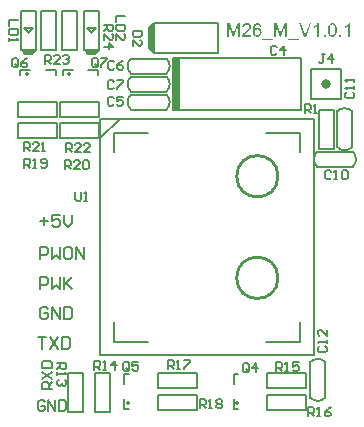
<source format=gto>
%FSLAX25Y25*%
%MOIN*%
G70*
G01*
G75*
G04 Layer_Color=65535*
%ADD10C,0.03150*%
%ADD11R,0.04134X0.08661*%
%ADD12R,0.03937X0.04331*%
%ADD13R,0.04299X0.02362*%
%ADD14R,0.03500X0.03000*%
%ADD15R,0.02362X0.04299*%
%ADD16R,0.04921X0.07874*%
%ADD17R,0.03000X0.03500*%
%ADD18R,0.09449X0.10236*%
%ADD19O,0.02756X0.09843*%
%ADD20O,0.09843X0.02756*%
%ADD21C,0.01500*%
%ADD22C,0.00800*%
%ADD23C,0.01000*%
%ADD24C,0.02500*%
%ADD25C,0.02000*%
%ADD26C,0.06000*%
%ADD27R,0.06000X0.06000*%
%ADD28C,0.02500*%
%ADD29R,0.05906X0.06693*%
%ADD30R,0.37008X0.27559*%
%ADD31R,0.11811X0.04213*%
%ADD32R,0.10236X0.09449*%
%ADD33R,0.03150X0.05118*%
%ADD34R,0.01181X0.02165*%
%ADD35C,0.01200*%
%ADD36C,0.06000*%
%ADD37C,0.04000*%
%ADD38C,0.01600*%
%ADD39C,0.00500*%
%ADD40C,0.00600*%
%ADD41R,0.01181X0.08412*%
%ADD42R,0.01870X0.17323*%
G36*
X104531Y128100D02*
X103978D01*
Y131611D01*
X103971Y131604D01*
X103944Y131577D01*
X103896Y131542D01*
X103834Y131494D01*
X103759Y131433D01*
X103671Y131372D01*
X103568Y131296D01*
X103452Y131228D01*
X103445D01*
X103438Y131221D01*
X103397Y131194D01*
X103336Y131160D01*
X103261Y131119D01*
X103172Y131071D01*
X103076Y131030D01*
X102974Y130982D01*
X102878Y130941D01*
Y131481D01*
X102885D01*
X102899Y131488D01*
X102926Y131501D01*
X102953Y131522D01*
X102994Y131542D01*
X103042Y131563D01*
X103151Y131624D01*
X103274Y131699D01*
X103411Y131788D01*
X103548Y131891D01*
X103677Y132000D01*
X103684Y132007D01*
X103691Y132014D01*
X103732Y132055D01*
X103793Y132116D01*
X103869Y132191D01*
X103951Y132287D01*
X104033Y132389D01*
X104108Y132499D01*
X104169Y132608D01*
X104531D01*
Y128100D01*
D02*
G37*
G36*
X106874D02*
X106245D01*
Y128728D01*
X106874D01*
Y128100D01*
D02*
G37*
G36*
X112099D02*
X111470D01*
Y128728D01*
X112099D01*
Y128100D01*
D02*
G37*
G36*
X80715Y132601D02*
X80769Y132594D01*
X80831Y132587D01*
X80899Y132580D01*
X80974Y132560D01*
X81138Y132519D01*
X81309Y132457D01*
X81398Y132417D01*
X81480Y132369D01*
X81555Y132307D01*
X81630Y132246D01*
X81637Y132239D01*
X81644Y132232D01*
X81664Y132212D01*
X81691Y132184D01*
X81719Y132143D01*
X81753Y132102D01*
X81821Y132000D01*
X81890Y131870D01*
X81951Y131720D01*
X81999Y131549D01*
X82006Y131454D01*
X82012Y131358D01*
Y131344D01*
Y131310D01*
X82006Y131255D01*
X81999Y131187D01*
X81985Y131105D01*
X81965Y131016D01*
X81937Y130921D01*
X81896Y130825D01*
X81890Y130812D01*
X81876Y130777D01*
X81849Y130729D01*
X81808Y130661D01*
X81760Y130579D01*
X81698Y130484D01*
X81616Y130388D01*
X81528Y130279D01*
X81514Y130265D01*
X81480Y130224D01*
X81418Y130163D01*
X81377Y130122D01*
X81330Y130074D01*
X81275Y130019D01*
X81207Y129958D01*
X81138Y129896D01*
X81063Y129821D01*
X80981Y129746D01*
X80886Y129664D01*
X80790Y129582D01*
X80681Y129487D01*
X80674Y129480D01*
X80660Y129466D01*
X80633Y129446D01*
X80599Y129418D01*
X80517Y129350D01*
X80414Y129261D01*
X80312Y129165D01*
X80203Y129070D01*
X80114Y128988D01*
X80080Y128954D01*
X80045Y128920D01*
X80039Y128913D01*
X80025Y128892D01*
X79998Y128865D01*
X79963Y128824D01*
X79888Y128735D01*
X79813Y128626D01*
X82019D01*
Y128100D01*
X79048D01*
Y128107D01*
Y128134D01*
Y128175D01*
X79055Y128223D01*
X79062Y128278D01*
X79069Y128339D01*
X79089Y128407D01*
X79110Y128476D01*
Y128482D01*
X79117Y128489D01*
X79130Y128530D01*
X79158Y128585D01*
X79199Y128667D01*
X79246Y128756D01*
X79315Y128858D01*
X79383Y128961D01*
X79472Y129070D01*
Y129077D01*
X79485Y129084D01*
X79520Y129124D01*
X79574Y129186D01*
X79656Y129268D01*
X79759Y129364D01*
X79882Y129480D01*
X80032Y129609D01*
X80196Y129753D01*
X80203Y129760D01*
X80230Y129780D01*
X80264Y129807D01*
X80312Y129855D01*
X80373Y129903D01*
X80442Y129965D01*
X80592Y130094D01*
X80756Y130251D01*
X80920Y130409D01*
X81002Y130484D01*
X81070Y130559D01*
X81132Y130634D01*
X81186Y130702D01*
Y130709D01*
X81200Y130716D01*
X81213Y130736D01*
X81227Y130764D01*
X81268Y130832D01*
X81316Y130921D01*
X81364Y131023D01*
X81405Y131132D01*
X81432Y131255D01*
X81446Y131372D01*
Y131378D01*
Y131385D01*
X81439Y131426D01*
X81432Y131488D01*
X81418Y131563D01*
X81384Y131652D01*
X81343Y131740D01*
X81289Y131836D01*
X81207Y131925D01*
X81193Y131932D01*
X81166Y131959D01*
X81111Y131993D01*
X81043Y132041D01*
X80954Y132082D01*
X80851Y132116D01*
X80729Y132143D01*
X80592Y132150D01*
X80551D01*
X80524Y132143D01*
X80455Y132136D01*
X80366Y132123D01*
X80264Y132089D01*
X80155Y132048D01*
X80052Y131986D01*
X79957Y131904D01*
X79950Y131891D01*
X79923Y131863D01*
X79882Y131809D01*
X79841Y131734D01*
X79793Y131638D01*
X79759Y131529D01*
X79731Y131399D01*
X79718Y131249D01*
X79151Y131310D01*
Y131317D01*
Y131337D01*
X79158Y131372D01*
X79164Y131413D01*
X79178Y131467D01*
X79185Y131529D01*
X79226Y131665D01*
X79281Y131822D01*
X79356Y131979D01*
X79458Y132136D01*
X79513Y132205D01*
X79581Y132273D01*
X79588Y132280D01*
X79602Y132287D01*
X79622Y132307D01*
X79649Y132328D01*
X79690Y132348D01*
X79738Y132382D01*
X79793Y132410D01*
X79854Y132444D01*
X79923Y132471D01*
X79998Y132505D01*
X80086Y132533D01*
X80175Y132553D01*
X80380Y132594D01*
X80489Y132601D01*
X80606Y132608D01*
X80667D01*
X80715Y132601D01*
D02*
G37*
G36*
X89382Y126857D02*
X85735D01*
Y127253D01*
X89382D01*
Y126857D01*
D02*
G37*
G36*
X98084D02*
X94436D01*
Y127253D01*
X98084D01*
Y126857D01*
D02*
G37*
G36*
X109271Y132601D02*
X109353Y132587D01*
X109449Y132574D01*
X109558Y132546D01*
X109667Y132505D01*
X109770Y132457D01*
X109783Y132451D01*
X109818Y132430D01*
X109865Y132396D01*
X109934Y132355D01*
X110002Y132294D01*
X110077Y132219D01*
X110152Y132136D01*
X110221Y132041D01*
X110227Y132027D01*
X110248Y131993D01*
X110282Y131932D01*
X110323Y131857D01*
X110364Y131761D01*
X110412Y131645D01*
X110459Y131515D01*
X110501Y131372D01*
Y131365D01*
X110507Y131351D01*
Y131331D01*
X110514Y131296D01*
X110528Y131262D01*
X110535Y131214D01*
X110541Y131153D01*
X110555Y131091D01*
X110562Y131016D01*
X110569Y130941D01*
X110582Y130852D01*
X110589Y130757D01*
X110596Y130654D01*
Y130552D01*
X110603Y130313D01*
Y130306D01*
Y130279D01*
Y130238D01*
Y130183D01*
X110596Y130115D01*
Y130040D01*
X110589Y129951D01*
X110582Y129855D01*
X110562Y129650D01*
X110535Y129439D01*
X110494Y129227D01*
X110466Y129131D01*
X110439Y129036D01*
Y129029D01*
X110432Y129015D01*
X110425Y128988D01*
X110412Y128954D01*
X110391Y128913D01*
X110371Y128872D01*
X110316Y128762D01*
X110248Y128640D01*
X110166Y128517D01*
X110070Y128394D01*
X109954Y128284D01*
X109947D01*
X109940Y128271D01*
X109920Y128264D01*
X109899Y128243D01*
X109824Y128202D01*
X109736Y128155D01*
X109613Y128107D01*
X109476Y128066D01*
X109319Y128039D01*
X109141Y128025D01*
X109080D01*
X109032Y128032D01*
X108977Y128039D01*
X108916Y128052D01*
X108848Y128066D01*
X108773Y128079D01*
X108609Y128134D01*
X108520Y128175D01*
X108438Y128216D01*
X108349Y128271D01*
X108267Y128332D01*
X108192Y128401D01*
X108117Y128482D01*
X108110Y128489D01*
X108096Y128510D01*
X108076Y128544D01*
X108048Y128592D01*
X108014Y128653D01*
X107980Y128728D01*
X107939Y128817D01*
X107898Y128926D01*
X107857Y129042D01*
X107816Y129179D01*
X107782Y129329D01*
X107748Y129493D01*
X107721Y129678D01*
X107700Y129869D01*
X107686Y130087D01*
X107680Y130313D01*
Y130320D01*
Y130347D01*
Y130388D01*
Y130443D01*
X107686Y130511D01*
Y130586D01*
X107693Y130675D01*
X107700Y130771D01*
X107721Y130975D01*
X107748Y131187D01*
X107782Y131399D01*
X107809Y131494D01*
X107837Y131590D01*
Y131597D01*
X107844Y131611D01*
X107857Y131638D01*
X107871Y131672D01*
X107885Y131713D01*
X107905Y131761D01*
X107960Y131870D01*
X108028Y131993D01*
X108110Y132116D01*
X108206Y132232D01*
X108322Y132341D01*
X108328D01*
X108335Y132355D01*
X108356Y132369D01*
X108383Y132382D01*
X108451Y132423D01*
X108547Y132478D01*
X108663Y132526D01*
X108807Y132567D01*
X108964Y132594D01*
X109141Y132608D01*
X109203D01*
X109271Y132601D01*
D02*
G37*
G36*
X78393Y128100D02*
X77819D01*
Y131857D01*
X76508Y128100D01*
X75975D01*
X74684Y131918D01*
Y128100D01*
X74110D01*
Y132587D01*
X74998D01*
X76064Y129411D01*
Y129404D01*
X76070Y129391D01*
X76077Y129370D01*
X76084Y129336D01*
X76111Y129261D01*
X76146Y129165D01*
X76180Y129056D01*
X76214Y128947D01*
X76248Y128838D01*
X76275Y128749D01*
X76282Y128762D01*
X76289Y128797D01*
X76310Y128851D01*
X76337Y128926D01*
X76364Y129029D01*
X76405Y129152D01*
X76460Y129295D01*
X76514Y129466D01*
X77587Y132587D01*
X78393D01*
Y128100D01*
D02*
G37*
G36*
X94061D02*
X93487D01*
Y131857D01*
X92176Y128100D01*
X91643D01*
X90352Y131918D01*
Y128100D01*
X89778D01*
Y132587D01*
X90666D01*
X91732Y129411D01*
Y129404D01*
X91738Y129391D01*
X91745Y129370D01*
X91752Y129336D01*
X91779Y129261D01*
X91814Y129165D01*
X91848Y129056D01*
X91882Y128947D01*
X91916Y128838D01*
X91943Y128749D01*
X91950Y128762D01*
X91957Y128797D01*
X91978Y128851D01*
X92005Y128926D01*
X92032Y129029D01*
X92073Y129152D01*
X92128Y129295D01*
X92182Y129466D01*
X93255Y132587D01*
X94061D01*
Y128100D01*
D02*
G37*
G36*
X84280Y132601D02*
X84321D01*
X84376Y132594D01*
X84499Y132574D01*
X84635Y132533D01*
X84779Y132478D01*
X84922Y132410D01*
X84990Y132362D01*
X85059Y132307D01*
X85066D01*
X85072Y132294D01*
X85113Y132253D01*
X85168Y132184D01*
X85236Y132096D01*
X85311Y131979D01*
X85373Y131843D01*
X85434Y131679D01*
X85469Y131494D01*
X84922Y131454D01*
Y131460D01*
Y131467D01*
X84908Y131508D01*
X84888Y131563D01*
X84868Y131631D01*
X84799Y131788D01*
X84758Y131857D01*
X84710Y131918D01*
X84704Y131932D01*
X84669Y131959D01*
X84622Y131993D01*
X84560Y132041D01*
X84478Y132082D01*
X84383Y132123D01*
X84273Y132150D01*
X84157Y132157D01*
X84109D01*
X84061Y132150D01*
X84000Y132136D01*
X83925Y132123D01*
X83843Y132096D01*
X83768Y132055D01*
X83686Y132007D01*
X83672Y132000D01*
X83645Y131973D01*
X83597Y131925D01*
X83543Y131863D01*
X83474Y131788D01*
X83406Y131693D01*
X83338Y131577D01*
X83276Y131447D01*
Y131440D01*
X83269Y131433D01*
X83262Y131406D01*
X83256Y131378D01*
X83242Y131344D01*
X83228Y131296D01*
X83215Y131242D01*
X83201Y131180D01*
X83187Y131112D01*
X83174Y131037D01*
X83160Y130948D01*
X83146Y130859D01*
X83139Y130757D01*
X83133Y130648D01*
X83126Y130532D01*
Y130415D01*
X83133Y130422D01*
X83160Y130456D01*
X83201Y130511D01*
X83262Y130579D01*
X83331Y130654D01*
X83413Y130729D01*
X83508Y130798D01*
X83611Y130859D01*
X83624Y130866D01*
X83659Y130880D01*
X83720Y130907D01*
X83795Y130934D01*
X83884Y130962D01*
X83986Y130989D01*
X84096Y131003D01*
X84212Y131010D01*
X84266D01*
X84307Y131003D01*
X84355Y130996D01*
X84410Y130989D01*
X84540Y130962D01*
X84683Y130907D01*
X84765Y130880D01*
X84840Y130839D01*
X84922Y130791D01*
X85004Y130736D01*
X85079Y130675D01*
X85154Y130600D01*
X85161Y130593D01*
X85168Y130579D01*
X85189Y130559D01*
X85216Y130525D01*
X85243Y130484D01*
X85277Y130436D01*
X85311Y130381D01*
X85352Y130320D01*
X85387Y130245D01*
X85421Y130169D01*
X85455Y130081D01*
X85482Y129992D01*
X85510Y129890D01*
X85530Y129787D01*
X85537Y129671D01*
X85544Y129555D01*
Y129548D01*
Y129534D01*
Y129514D01*
Y129487D01*
X85537Y129446D01*
Y129404D01*
X85523Y129295D01*
X85496Y129179D01*
X85469Y129042D01*
X85421Y128906D01*
X85359Y128769D01*
Y128762D01*
X85352Y128756D01*
X85339Y128735D01*
X85325Y128708D01*
X85284Y128646D01*
X85229Y128564D01*
X85154Y128476D01*
X85066Y128387D01*
X84970Y128298D01*
X84854Y128216D01*
X84840Y128209D01*
X84799Y128189D01*
X84731Y128155D01*
X84649Y128121D01*
X84540Y128086D01*
X84417Y128052D01*
X84280Y128032D01*
X84137Y128025D01*
X84109D01*
X84068Y128032D01*
X84021D01*
X83966Y128039D01*
X83898Y128052D01*
X83823Y128066D01*
X83741Y128086D01*
X83652Y128114D01*
X83556Y128148D01*
X83467Y128189D01*
X83372Y128237D01*
X83276Y128298D01*
X83180Y128366D01*
X83092Y128442D01*
X83010Y128530D01*
X83003Y128537D01*
X82989Y128558D01*
X82969Y128585D01*
X82941Y128626D01*
X82907Y128681D01*
X82873Y128749D01*
X82832Y128831D01*
X82798Y128926D01*
X82757Y129036D01*
X82716Y129159D01*
X82682Y129295D01*
X82648Y129446D01*
X82620Y129609D01*
X82600Y129794D01*
X82586Y129985D01*
X82579Y130197D01*
Y130204D01*
Y130210D01*
Y130231D01*
Y130251D01*
Y130320D01*
X82586Y130409D01*
X82593Y130518D01*
X82607Y130641D01*
X82620Y130777D01*
X82641Y130921D01*
X82661Y131078D01*
X82696Y131235D01*
X82736Y131392D01*
X82784Y131542D01*
X82839Y131699D01*
X82901Y131836D01*
X82976Y131973D01*
X83057Y132089D01*
X83064Y132096D01*
X83078Y132109D01*
X83099Y132136D01*
X83133Y132171D01*
X83180Y132212D01*
X83228Y132253D01*
X83290Y132300D01*
X83358Y132348D01*
X83433Y132396D01*
X83522Y132444D01*
X83611Y132485D01*
X83713Y132526D01*
X83823Y132560D01*
X83939Y132587D01*
X84061Y132601D01*
X84191Y132608D01*
X84239D01*
X84280Y132601D01*
D02*
G37*
G36*
X100385Y128100D02*
X99777D01*
X98036Y132587D01*
X98685D01*
X99846Y129329D01*
Y129323D01*
X99853Y129309D01*
X99859Y129288D01*
X99873Y129261D01*
X99893Y129186D01*
X99928Y129090D01*
X99969Y128974D01*
X100010Y128851D01*
X100085Y128592D01*
Y128599D01*
X100092Y128605D01*
X100098Y128626D01*
X100105Y128653D01*
X100126Y128728D01*
X100153Y128824D01*
X100187Y128933D01*
X100228Y129056D01*
X100276Y129193D01*
X100324Y129329D01*
X101540Y132587D01*
X102141D01*
X100385Y128100D01*
D02*
G37*
G36*
X114981D02*
X114428D01*
Y131611D01*
X114421Y131604D01*
X114394Y131577D01*
X114346Y131542D01*
X114284Y131494D01*
X114209Y131433D01*
X114120Y131372D01*
X114018Y131296D01*
X113902Y131228D01*
X113895D01*
X113888Y131221D01*
X113847Y131194D01*
X113786Y131160D01*
X113711Y131119D01*
X113622Y131071D01*
X113526Y131030D01*
X113424Y130982D01*
X113328Y130941D01*
Y131481D01*
X113335D01*
X113349Y131488D01*
X113376Y131501D01*
X113403Y131522D01*
X113444Y131542D01*
X113492Y131563D01*
X113601Y131624D01*
X113724Y131699D01*
X113861Y131788D01*
X113997Y131891D01*
X114127Y132000D01*
X114134Y132007D01*
X114141Y132014D01*
X114182Y132055D01*
X114243Y132116D01*
X114319Y132191D01*
X114400Y132287D01*
X114482Y132389D01*
X114558Y132499D01*
X114619Y132608D01*
X114981D01*
Y128100D01*
D02*
G37*
%LPC*%
G36*
X84102Y130525D02*
X84068D01*
X84041Y130518D01*
X83973Y130511D01*
X83884Y130491D01*
X83788Y130456D01*
X83679Y130409D01*
X83577Y130340D01*
X83474Y130251D01*
X83460Y130238D01*
X83433Y130204D01*
X83392Y130142D01*
X83344Y130067D01*
X83297Y129965D01*
X83256Y129842D01*
X83228Y129705D01*
X83215Y129548D01*
Y129534D01*
Y129500D01*
X83222Y129446D01*
X83228Y129377D01*
X83242Y129288D01*
X83262Y129200D01*
X83290Y129104D01*
X83331Y129002D01*
X83338Y128988D01*
X83351Y128961D01*
X83378Y128913D01*
X83420Y128858D01*
X83467Y128790D01*
X83522Y128728D01*
X83590Y128660D01*
X83665Y128605D01*
X83672Y128599D01*
X83706Y128585D01*
X83747Y128564D01*
X83802Y128544D01*
X83870Y128517D01*
X83952Y128496D01*
X84034Y128482D01*
X84123Y128476D01*
X84157D01*
X84184Y128482D01*
X84246Y128489D01*
X84335Y128510D01*
X84424Y128544D01*
X84526Y128592D01*
X84628Y128660D01*
X84724Y128756D01*
X84738Y128769D01*
X84765Y128810D01*
X84806Y128872D01*
X84854Y128954D01*
X84895Y129063D01*
X84936Y129200D01*
X84963Y129350D01*
X84977Y129521D01*
Y129527D01*
Y129541D01*
Y129569D01*
X84970Y129596D01*
Y129637D01*
X84963Y129685D01*
X84949Y129787D01*
X84915Y129903D01*
X84874Y130026D01*
X84813Y130142D01*
X84731Y130251D01*
X84717Y130265D01*
X84690Y130292D01*
X84635Y130340D01*
X84560Y130388D01*
X84471Y130436D01*
X84362Y130484D01*
X84239Y130511D01*
X84102Y130525D01*
D02*
G37*
G36*
X109134Y132150D02*
X109100D01*
X109073Y132143D01*
X109005Y132136D01*
X108916Y132109D01*
X108820Y132068D01*
X108718Y132014D01*
X108615Y131932D01*
X108568Y131877D01*
X108527Y131822D01*
Y131816D01*
X108513Y131802D01*
X108499Y131774D01*
X108486Y131740D01*
X108465Y131693D01*
X108438Y131638D01*
X108411Y131563D01*
X108390Y131481D01*
X108363Y131385D01*
X108335Y131276D01*
X108315Y131153D01*
X108288Y131010D01*
X108274Y130859D01*
X108260Y130695D01*
X108247Y130511D01*
Y130313D01*
Y130299D01*
Y130265D01*
Y130210D01*
X108253Y130135D01*
Y130047D01*
X108260Y129944D01*
X108267Y129828D01*
X108281Y129712D01*
X108308Y129466D01*
X108356Y129220D01*
X108383Y129111D01*
X108417Y129008D01*
X108458Y128913D01*
X108499Y128838D01*
Y128831D01*
X108513Y128824D01*
X108547Y128783D01*
X108602Y128721D01*
X108677Y128660D01*
X108773Y128592D01*
X108882Y128530D01*
X109005Y128489D01*
X109073Y128482D01*
X109141Y128476D01*
X109176D01*
X109203Y128482D01*
X109271Y128496D01*
X109360Y128524D01*
X109462Y128564D01*
X109565Y128626D01*
X109619Y128667D01*
X109674Y128721D01*
X109729Y128776D01*
X109776Y128838D01*
Y128844D01*
X109790Y128858D01*
X109804Y128879D01*
X109818Y128913D01*
X109838Y128954D01*
X109859Y129015D01*
X109879Y129084D01*
X109906Y129159D01*
X109934Y129254D01*
X109954Y129357D01*
X109975Y129480D01*
X109995Y129616D01*
X110016Y129766D01*
X110022Y129930D01*
X110036Y130115D01*
Y130313D01*
Y130327D01*
Y130361D01*
Y130415D01*
X110029Y130491D01*
Y130579D01*
X110022Y130682D01*
X110016Y130791D01*
X110002Y130914D01*
X109975Y131160D01*
X109927Y131399D01*
X109899Y131515D01*
X109865Y131617D01*
X109824Y131706D01*
X109776Y131781D01*
Y131788D01*
X109763Y131795D01*
X109729Y131836D01*
X109674Y131897D01*
X109599Y131966D01*
X109503Y132034D01*
X109394Y132096D01*
X109271Y132136D01*
X109203Y132143D01*
X109134Y132150D01*
D02*
G37*
%LPD*%
D22*
X101910Y107124D02*
Y117360D01*
Y107124D02*
X112146D01*
Y117360D01*
X101910D02*
X112146D01*
X49619Y122736D02*
X70879D01*
X49619Y132579D02*
X70879D01*
Y122736D02*
Y132557D01*
X49619Y122736D02*
Y132579D01*
X48138Y124158D02*
Y131158D01*
X49559Y122736D02*
X51749D01*
X48198Y130217D02*
Y131158D01*
X49559Y132579D02*
X49619D01*
X48198Y131217D02*
X49559Y132579D01*
X48138Y124158D02*
X49559Y122736D01*
X31780Y21887D02*
X103040D01*
X31780D02*
Y100628D01*
X103040Y21887D02*
Y100628D01*
X31780D02*
X103040D01*
X31780Y94198D02*
X38210Y100628D01*
X87095Y96100D02*
X98513D01*
Y89604D02*
Y96100D01*
X36308Y26415D02*
Y32911D01*
Y26415D02*
X47725D01*
X87095D02*
X98513D01*
Y32911D01*
X36308Y89604D02*
Y96100D01*
X47725D01*
D23*
X91032Y81533D02*
G03*
X91032Y81533I-6890J0D01*
G01*
Y47675D02*
G03*
X91032Y47675I-6890J0D01*
G01*
D38*
X107816Y112242D02*
G03*
X107816Y112242I-787J0D01*
G01*
D39*
X77967Y6000D02*
G03*
X77967Y6000I-500J0D01*
G01*
X21910Y115701D02*
G03*
X21910Y115701I-500J0D01*
G01*
X53885Y103783D02*
G03*
X53885Y108732I-2475J2475D01*
G01*
X41935D02*
G03*
X41935Y103783I2475J-2475D01*
G01*
X53885Y115783D02*
G03*
X53885Y120732I-2475J2475D01*
G01*
X41935D02*
G03*
X41935Y115783I2475J-2475D01*
G01*
X53885Y109783D02*
G03*
X53885Y114732I-2475J2475D01*
G01*
X41935D02*
G03*
X41935Y109783I2475J-2475D01*
G01*
X116003Y84767D02*
G03*
X116003Y89717I-2475J2475D01*
G01*
X104053D02*
G03*
X104053Y84767I2475J-2475D01*
G01*
X110754Y91267D02*
G03*
X115703Y91267I2475J2475D01*
G01*
Y103217D02*
G03*
X110754Y103217I-2475J-2475D01*
G01*
X101774Y7683D02*
G03*
X106724Y7683I2475J2475D01*
G01*
Y19632D02*
G03*
X101774Y19632I-2475J-2475D01*
G01*
X7853Y115701D02*
G03*
X7853Y115701I-500J0D01*
G01*
X41567Y6000D02*
G03*
X41567Y6000I-500J0D01*
G01*
X76211Y12352D02*
Y15646D01*
X77786D01*
X76211Y3835D02*
Y7128D01*
Y3835D02*
X77786D01*
X4353Y101157D02*
X17353D01*
X4353Y106158D02*
X17353D01*
X4353Y101157D02*
Y106158D01*
X17353Y101157D02*
Y106158D01*
X18410Y99158D02*
X31410D01*
X18410Y94157D02*
X31410D01*
Y99158D01*
X18410Y94157D02*
Y99158D01*
Y101157D02*
X31410D01*
X18410Y106158D02*
X31410D01*
X18410Y101157D02*
Y106158D01*
X31410Y101157D02*
Y106158D01*
X27763Y116957D02*
X31056D01*
Y115382D02*
Y116957D01*
X19245D02*
X22538D01*
X19245Y115382D02*
Y116957D01*
X42010Y108757D02*
X53810D01*
X42010Y103758D02*
X53810D01*
X42010Y120757D02*
X53810D01*
X42010Y115758D02*
X53810D01*
X42010Y114758D02*
X53810D01*
X42010Y109757D02*
X53810D01*
X87510Y10980D02*
Y15980D01*
X100510Y10980D02*
Y15980D01*
X87510Y10980D02*
X100510D01*
X87510Y15980D02*
X100510D01*
X87510Y3500D02*
Y8500D01*
X100510Y3500D02*
Y8500D01*
X87510Y3500D02*
X100510D01*
X87510Y8500D02*
X100510D01*
X104128Y89742D02*
X115928D01*
X104128Y84742D02*
X115928D01*
X115728Y91342D02*
Y103142D01*
X110728Y91342D02*
Y103142D01*
X109528Y90742D02*
Y103742D01*
X104528Y90742D02*
Y103742D01*
Y90742D02*
X109528D01*
X104528Y103742D02*
X109528D01*
X21110Y3000D02*
Y16000D01*
X26110Y3000D02*
Y16000D01*
X21110D02*
X26110D01*
X21110Y3000D02*
X26110D01*
X106749Y7757D02*
Y19557D01*
X101749Y7757D02*
Y19557D01*
X57971Y120919D02*
X98691D01*
X57971Y103596D02*
X98691D01*
X57971D02*
Y120919D01*
X98691Y103596D02*
Y120919D01*
X56101Y103596D02*
Y120919D01*
Y103596D02*
X57971D01*
X56101Y120919D02*
X57971D01*
X5552Y123616D02*
X6795Y122372D01*
X5552Y123616D02*
X10410D01*
X6183Y123187D02*
X6656Y122713D01*
X9516D02*
X9989Y123187D01*
X10410Y123608D01*
X6183Y123187D02*
X9989D01*
X6656Y122713D02*
X9516D01*
X5410Y123758D02*
X10410D01*
X5410Y136758D02*
X10410D01*
Y123758D02*
Y136758D01*
X5410Y123758D02*
Y136758D01*
X6447Y130930D02*
X9447D01*
X6469D02*
X7949Y129451D01*
X8015Y129517D02*
X9428Y130930D01*
X10410Y123608D02*
Y123758D01*
X9175Y122372D02*
X10410Y123608D01*
X6795Y122372D02*
X9175D01*
X26552Y123616D02*
X27795Y122372D01*
X26552Y123616D02*
X31410D01*
X27183Y123187D02*
X27656Y122713D01*
X30516D02*
X30989Y123187D01*
X31410Y123608D01*
X27183Y123187D02*
X30989D01*
X27656Y122713D02*
X30516D01*
X26410Y123758D02*
X31410D01*
X26410Y136758D02*
X31410D01*
Y123758D02*
Y136758D01*
X26410Y123758D02*
Y136758D01*
X27447Y130930D02*
X30447D01*
X27469D02*
X28949Y129451D01*
X29015Y129517D02*
X30428Y130930D01*
X31410Y123608D02*
Y123758D01*
X30175Y122372D02*
X31410Y123608D01*
X27795Y122372D02*
X30175D01*
X11910Y136758D02*
X16910D01*
X11910Y123758D02*
X16910D01*
X11910D02*
Y136758D01*
X16910Y123758D02*
Y136758D01*
X18910D02*
X23910D01*
X18910Y123758D02*
X23910D01*
X18910D02*
Y136758D01*
X23910Y123758D02*
Y136758D01*
X51110Y15980D02*
X64110D01*
X51110Y10980D02*
X64110D01*
Y15980D01*
X51110Y10980D02*
Y15980D01*
Y8500D02*
X64110D01*
X51110Y3500D02*
X64110D01*
Y8500D01*
X51110Y3500D02*
Y8500D01*
X30110Y3000D02*
Y16000D01*
X35110Y3000D02*
Y16000D01*
X30110D02*
X35110D01*
X30110Y3000D02*
X35110D01*
X5187Y115382D02*
Y116957D01*
X8480D01*
X16998Y115382D02*
Y116957D01*
X13705D02*
X16998D01*
X4353Y94157D02*
Y99158D01*
X17353Y94157D02*
Y99158D01*
X4353Y94157D02*
X17353D01*
X4353Y99158D02*
X17353D01*
X39811Y3835D02*
X41386D01*
X39811D02*
Y7128D01*
Y15646D02*
X41386D01*
X39811Y12352D02*
Y15646D01*
X106528Y122221D02*
X105528D01*
X106028D01*
Y119722D01*
X105528Y119222D01*
X105028D01*
X104528Y119722D01*
X109027Y119222D02*
Y122221D01*
X107527Y120722D01*
X109527D01*
X81236Y16773D02*
Y18773D01*
X80736Y19273D01*
X79737D01*
X79237Y18773D01*
Y16773D01*
X79737Y16274D01*
X80736D01*
X80236Y17273D02*
X81236Y16274D01*
X80736D02*
X81236Y16773D01*
X83735Y16274D02*
Y19273D01*
X82236Y17773D01*
X84235D01*
X6200Y89800D02*
Y92799D01*
X7700D01*
X8199Y92299D01*
Y91299D01*
X7700Y90800D01*
X6200D01*
X7200D02*
X8199Y89800D01*
X11198D02*
X9199D01*
X11198Y91799D01*
Y92299D01*
X10699Y92799D01*
X9699D01*
X9199Y92299D01*
X12198Y89800D02*
X13198D01*
X12698D01*
Y92799D01*
X12198Y92299D01*
X6400Y84400D02*
Y87399D01*
X7899D01*
X8399Y86899D01*
Y85900D01*
X7899Y85400D01*
X6400D01*
X7400D02*
X8399Y84400D01*
X9399D02*
X10399D01*
X9899D01*
Y87399D01*
X9399Y86899D01*
X11898Y84900D02*
X12398Y84400D01*
X13398D01*
X13898Y84900D01*
Y86899D01*
X13398Y87399D01*
X12398D01*
X11898Y86899D01*
Y86399D01*
X12398Y85900D01*
X13898D01*
X20210Y89557D02*
Y92557D01*
X21710D01*
X22210Y92057D01*
Y91057D01*
X21710Y90557D01*
X20210D01*
X21210D02*
X22210Y89557D01*
X25209D02*
X23209D01*
X25209Y91557D01*
Y92057D01*
X24709Y92557D01*
X23709D01*
X23209Y92057D01*
X28208Y89557D02*
X26208D01*
X28208Y91557D01*
Y92057D01*
X27708Y92557D01*
X26708D01*
X26208Y92057D01*
X19910Y83858D02*
Y86857D01*
X21410D01*
X21910Y86357D01*
Y85357D01*
X21410Y84857D01*
X19910D01*
X20910D02*
X21910Y83858D01*
X24909D02*
X22909D01*
X24909Y85857D01*
Y86357D01*
X24409Y86857D01*
X23409D01*
X22909Y86357D01*
X25908D02*
X26408Y86857D01*
X27408D01*
X27908Y86357D01*
Y84357D01*
X27408Y83858D01*
X26408D01*
X25908Y84357D01*
Y86357D01*
X30999Y118500D02*
Y120499D01*
X30500Y120999D01*
X29500D01*
X29000Y120499D01*
Y118500D01*
X29500Y118000D01*
X30500D01*
X30000Y119000D02*
X30999Y118000D01*
X30500D02*
X30999Y118500D01*
X31999Y120999D02*
X33998D01*
Y120499D01*
X31999Y118500D01*
Y118000D01*
X36299Y107499D02*
X35800Y107999D01*
X34800D01*
X34300Y107499D01*
Y105500D01*
X34800Y105000D01*
X35800D01*
X36299Y105500D01*
X39298Y107999D02*
X37299D01*
Y106500D01*
X38299Y106999D01*
X38799D01*
X39298Y106500D01*
Y105500D01*
X38799Y105000D01*
X37799D01*
X37299Y105500D01*
X36499Y119599D02*
X36000Y120099D01*
X35000D01*
X34500Y119599D01*
Y117600D01*
X35000Y117100D01*
X36000D01*
X36499Y117600D01*
X39498Y120099D02*
X38499Y119599D01*
X37499Y118599D01*
Y117600D01*
X37999Y117100D01*
X38999D01*
X39498Y117600D01*
Y118100D01*
X38999Y118599D01*
X37499D01*
X36299Y112999D02*
X35800Y113499D01*
X34800D01*
X34300Y112999D01*
Y111000D01*
X34800Y110500D01*
X35800D01*
X36299Y111000D01*
X37299Y113499D02*
X39298D01*
Y112999D01*
X37299Y111000D01*
Y110500D01*
X45599Y130100D02*
X42600D01*
Y128601D01*
X43100Y128101D01*
X45099D01*
X45599Y128601D01*
Y130100D01*
X42600Y125102D02*
Y127101D01*
X44599Y125102D01*
X45099D01*
X45599Y125601D01*
Y126601D01*
X45099Y127101D01*
X99910Y102500D02*
Y105499D01*
X101410D01*
X101910Y104999D01*
Y103999D01*
X101410Y103500D01*
X99910D01*
X100910D02*
X101910Y102500D01*
X102909D02*
X103909D01*
X103409D01*
Y105499D01*
X102909Y104999D01*
X4499Y133500D02*
X1500D01*
Y131501D01*
X4499Y130501D02*
X1500D01*
Y129001D01*
X2000Y128502D01*
X3999D01*
X4499Y129001D01*
Y130501D01*
X1500Y127502D02*
Y126502D01*
Y127002D01*
X4499D01*
X3999Y127502D01*
X40109Y135000D02*
X37110D01*
Y133001D01*
X40109Y132001D02*
X37110D01*
Y130501D01*
X37610Y130002D01*
X39609D01*
X40109Y130501D01*
Y132001D01*
X37110Y127003D02*
Y129002D01*
X39110Y127003D01*
X39609D01*
X40109Y127502D01*
Y128502D01*
X39609Y129002D01*
X114001Y109599D02*
X113501Y109099D01*
Y108100D01*
X114001Y107600D01*
X116000D01*
X116500Y108100D01*
Y109099D01*
X116000Y109599D01*
X116500Y110599D02*
Y111599D01*
Y111099D01*
X113501D01*
X114001Y110599D01*
X116500Y113098D02*
Y114098D01*
Y113598D01*
X113501D01*
X114001Y113098D01*
X108810Y83099D02*
X108310Y83599D01*
X107310D01*
X106810Y83099D01*
Y81100D01*
X107310Y80600D01*
X108310D01*
X108810Y81100D01*
X109809Y80600D02*
X110809D01*
X110309D01*
Y83599D01*
X109809Y83099D01*
X112309D02*
X112808Y83599D01*
X113808D01*
X114308Y83099D01*
Y81100D01*
X113808Y80600D01*
X112808D01*
X112309Y81100D01*
Y83099D01*
X104811Y24799D02*
X104311Y24299D01*
Y23300D01*
X104811Y22800D01*
X106810D01*
X107310Y23300D01*
Y24299D01*
X106810Y24799D01*
X107310Y25799D02*
Y26799D01*
Y26299D01*
X104311D01*
X104811Y25799D01*
X107310Y30298D02*
Y28298D01*
X105311Y30298D01*
X104811D01*
X104311Y29798D01*
Y28798D01*
X104811Y28298D01*
X90610Y124599D02*
X90110Y125099D01*
X89110D01*
X88610Y124599D01*
Y122600D01*
X89110Y122100D01*
X90110D01*
X90610Y122600D01*
X93109Y122100D02*
Y125099D01*
X91609Y123600D01*
X93609D01*
X17410Y19200D02*
X20409D01*
Y17700D01*
X19909Y17201D01*
X18910D01*
X18410Y17700D01*
Y19200D01*
Y18200D02*
X17410Y17201D01*
Y16201D02*
Y15201D01*
Y15701D01*
X20409D01*
X19909Y16201D01*
Y13702D02*
X20409Y13202D01*
Y12202D01*
X19909Y11702D01*
X19410D01*
X18910Y12202D01*
Y12702D01*
Y12202D01*
X18410Y11702D01*
X17910D01*
X17410Y12202D01*
Y13202D01*
X17910Y13702D01*
X90410Y16580D02*
Y19579D01*
X91910D01*
X92410Y19080D01*
Y18080D01*
X91910Y17580D01*
X90410D01*
X91410D02*
X92410Y16580D01*
X93409D02*
X94409D01*
X93909D01*
Y19579D01*
X93409Y19080D01*
X97908Y19579D02*
X95908D01*
Y18080D01*
X96908Y18580D01*
X97408D01*
X97908Y18080D01*
Y17080D01*
X97408Y16580D01*
X96408D01*
X95908Y17080D01*
X101110Y1600D02*
Y4599D01*
X102610D01*
X103110Y4099D01*
Y3100D01*
X102610Y2600D01*
X101110D01*
X102110D02*
X103110Y1600D01*
X104109D02*
X105109D01*
X104609D01*
Y4599D01*
X104109Y4099D01*
X108608Y4599D02*
X107608Y4099D01*
X106608Y3100D01*
Y2100D01*
X107108Y1600D01*
X108108D01*
X108608Y2100D01*
Y2600D01*
X108108Y3100D01*
X106608D01*
X13200Y119100D02*
Y122099D01*
X14699D01*
X15199Y121599D01*
Y120599D01*
X14699Y120100D01*
X13200D01*
X14200D02*
X15199Y119100D01*
X18198D02*
X16199D01*
X18198Y121099D01*
Y121599D01*
X17699Y122099D01*
X16699D01*
X16199Y121599D01*
X19198D02*
X19698Y122099D01*
X20698D01*
X21197Y121599D01*
Y121099D01*
X20698Y120599D01*
X20198D01*
X20698D01*
X21197Y120100D01*
Y119600D01*
X20698Y119100D01*
X19698D01*
X19198Y119600D01*
X33100Y132000D02*
X36099D01*
Y130500D01*
X35599Y130001D01*
X34600D01*
X34100Y130500D01*
Y132000D01*
Y131000D02*
X33100Y130001D01*
Y127002D02*
Y129001D01*
X35099Y127002D01*
X35599D01*
X36099Y127501D01*
Y128501D01*
X35599Y129001D01*
X33100Y124502D02*
X36099D01*
X34600Y126002D01*
Y124003D01*
X41510Y17200D02*
Y19199D01*
X41010Y19699D01*
X40010D01*
X39510Y19199D01*
Y17200D01*
X40010Y16700D01*
X41010D01*
X40510Y17700D02*
X41510Y16700D01*
X41010D02*
X41510Y17200D01*
X44509Y19699D02*
X42509D01*
Y18200D01*
X43509Y18699D01*
X44009D01*
X44509Y18200D01*
Y17200D01*
X44009Y16700D01*
X43009D01*
X42509Y17200D01*
X29700Y17000D02*
Y19999D01*
X31199D01*
X31699Y19499D01*
Y18499D01*
X31199Y18000D01*
X29700D01*
X30700D02*
X31699Y17000D01*
X32699D02*
X33699D01*
X33199D01*
Y19999D01*
X32699Y19499D01*
X36698Y17000D02*
Y19999D01*
X35198Y18499D01*
X37198D01*
X54249Y17157D02*
Y20156D01*
X55748D01*
X56248Y19657D01*
Y18657D01*
X55748Y18157D01*
X54249D01*
X55248D02*
X56248Y17157D01*
X57248D02*
X58248D01*
X57748D01*
Y20156D01*
X57248Y19657D01*
X59747Y20156D02*
X61746D01*
Y19657D01*
X59747Y17657D01*
Y17157D01*
X65010Y4285D02*
Y7284D01*
X66510D01*
X67010Y6784D01*
Y5785D01*
X66510Y5285D01*
X65010D01*
X66010D02*
X67010Y4285D01*
X68009D02*
X69009D01*
X68509D01*
Y7284D01*
X68009Y6784D01*
X70508D02*
X71008Y7284D01*
X72008D01*
X72508Y6784D01*
Y6284D01*
X72008Y5785D01*
X72508Y5285D01*
Y4785D01*
X72008Y4285D01*
X71008D01*
X70508Y4785D01*
Y5285D01*
X71008Y5785D01*
X70508Y6284D01*
Y6784D01*
X71008Y5785D02*
X72008D01*
X4499Y118400D02*
Y120399D01*
X3999Y120899D01*
X3000D01*
X2500Y120399D01*
Y118400D01*
X3000Y117900D01*
X3999D01*
X3500Y118900D02*
X4499Y117900D01*
X3999D02*
X4499Y118400D01*
X7498Y120899D02*
X6499Y120399D01*
X5499Y119399D01*
Y118400D01*
X5999Y117900D01*
X6999D01*
X7498Y118400D01*
Y118900D01*
X6999Y119399D01*
X5499D01*
X23410Y76357D02*
Y73857D01*
X23910Y73357D01*
X24910D01*
X25410Y73857D01*
Y76357D01*
X26409Y73357D02*
X27409D01*
X26909D01*
Y76357D01*
X26409Y75857D01*
D40*
X11710Y66499D02*
X14376D01*
X13043Y67832D02*
Y65166D01*
X18375Y68499D02*
X15709D01*
Y66499D01*
X17042Y67166D01*
X17708D01*
X18375Y66499D01*
Y65166D01*
X17708Y64500D01*
X16375D01*
X15709Y65166D01*
X19708Y68499D02*
Y65833D01*
X21041Y64500D01*
X22374Y65833D01*
Y68499D01*
X11810Y43800D02*
Y47799D01*
X13810D01*
X14476Y47132D01*
Y45799D01*
X13810Y45133D01*
X11810D01*
X15809Y47799D02*
Y43800D01*
X17142Y45133D01*
X18475Y43800D01*
Y47799D01*
X19808D02*
Y43800D01*
Y45133D01*
X22474Y47799D01*
X20474Y45799D01*
X22474Y43800D01*
X11710Y54000D02*
Y57999D01*
X13710D01*
X14376Y57332D01*
Y55999D01*
X13710Y55333D01*
X11710D01*
X15709Y57999D02*
Y54000D01*
X17042Y55333D01*
X18375Y54000D01*
Y57999D01*
X21707D02*
X20374D01*
X19708Y57332D01*
Y54666D01*
X20374Y54000D01*
X21707D01*
X22374Y54666D01*
Y57332D01*
X21707Y57999D01*
X23706Y54000D02*
Y57999D01*
X26372Y54000D01*
Y57999D01*
X14376Y37132D02*
X13710Y37799D01*
X12377D01*
X11710Y37132D01*
Y34466D01*
X12377Y33800D01*
X13710D01*
X14376Y34466D01*
Y35799D01*
X13043D01*
X15709Y33800D02*
Y37799D01*
X18375Y33800D01*
Y37799D01*
X19708D02*
Y33800D01*
X21707D01*
X22374Y34466D01*
Y37132D01*
X21707Y37799D01*
X19708D01*
X11010Y27799D02*
X13676D01*
X12343D01*
Y23800D01*
X15009Y27799D02*
X17675Y23800D01*
Y27799D02*
X15009Y23800D01*
X19008Y27799D02*
Y23800D01*
X21007D01*
X21674Y24466D01*
Y27132D01*
X21007Y27799D01*
X19008D01*
X15710Y10500D02*
X12211D01*
Y12249D01*
X12795Y12833D01*
X13961D01*
X14544Y12249D01*
Y10500D01*
Y11666D02*
X15710Y12833D01*
X12211Y13999D02*
X15710Y16331D01*
X12211D02*
X15710Y13999D01*
X12211Y17498D02*
X15710D01*
Y19247D01*
X15127Y19830D01*
X12795D01*
X12211Y19247D01*
Y17498D01*
X13343Y6216D02*
X12760Y6799D01*
X11593D01*
X11010Y6216D01*
Y3883D01*
X11593Y3300D01*
X12760D01*
X13343Y3883D01*
Y5049D01*
X12177D01*
X14509Y3300D02*
Y6799D01*
X16842Y3300D01*
Y6799D01*
X18008D02*
Y3300D01*
X19757D01*
X20341Y3883D01*
Y6216D01*
X19757Y6799D01*
X18008D01*
D41*
X48912Y127463D02*
D03*
D42*
X57036Y112258D02*
D03*
M02*

</source>
